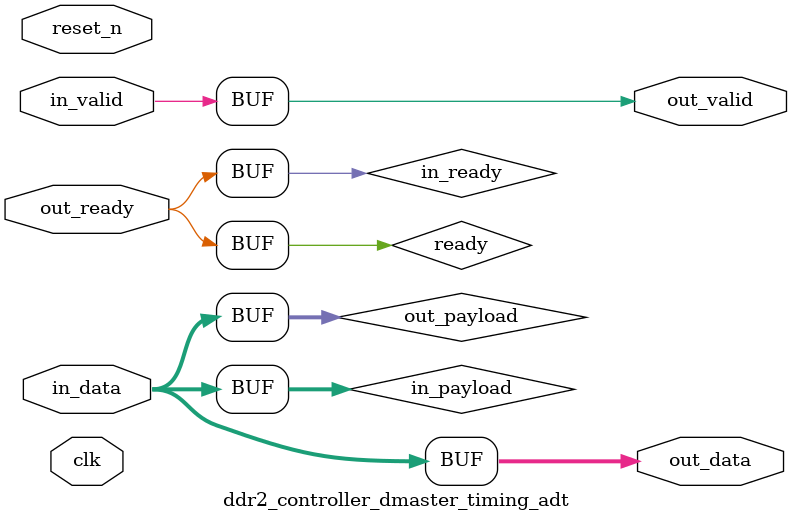
<source format=v>

`timescale 1ns / 100ps
module ddr2_controller_dmaster_timing_adt (
    
      // Interface: clk
      input              clk,
      // Interface: reset
      input              reset_n,
      // Interface: in
      input              in_valid,
      input      [ 7: 0] in_data,
      // Interface: out
      output reg         out_valid,
      output reg [ 7: 0] out_data,
      input              out_ready
);




   // ---------------------------------------------------------------------
   //| Signal Declarations
   // ---------------------------------------------------------------------

   reg  [ 7: 0] in_payload;
   reg  [ 7: 0] out_payload;
   reg  [ 0: 0] ready;
   reg          in_ready;
   // synthesis translate_off
   always @(negedge in_ready) begin
      $display("%m: The downstream component is backpressuring by deasserting ready, but the upstream component can't be backpressured.");
   end
   // synthesis translate_on   


   // ---------------------------------------------------------------------
   //| Payload Mapping
   // ---------------------------------------------------------------------
   always @* begin
     in_payload = {in_data};
     {out_data} = out_payload;
   end

   // ---------------------------------------------------------------------
   //| Ready & valid signals.
   // ---------------------------------------------------------------------
   always @* begin
     ready[0] = out_ready;
     out_valid = in_valid;
     out_payload = in_payload;
     in_ready = ready[0];
   end




endmodule


</source>
